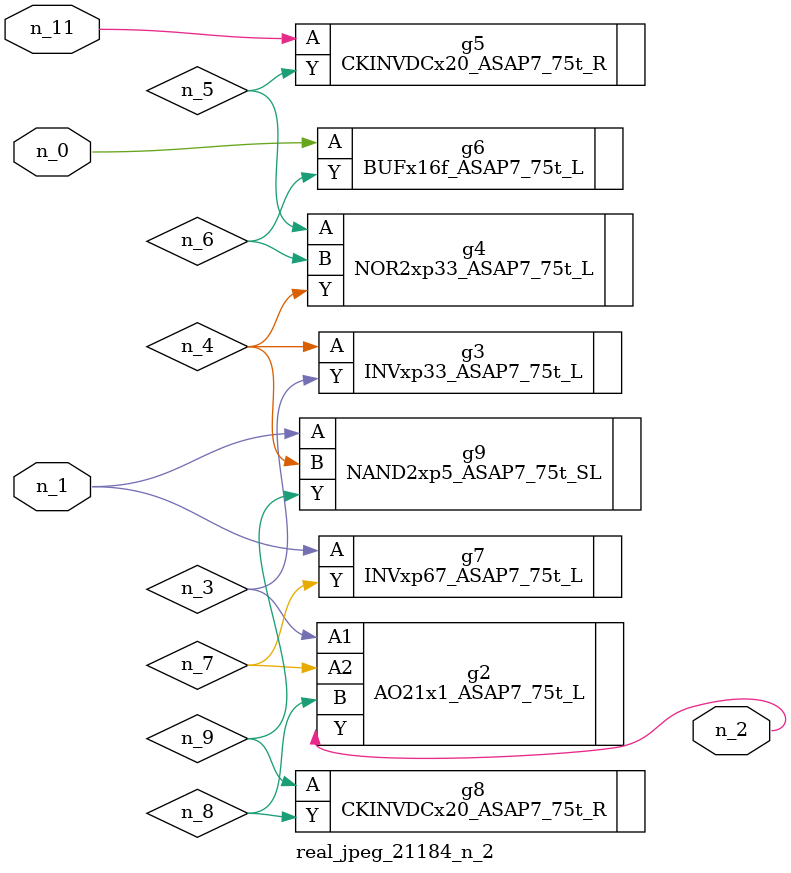
<source format=v>
module real_jpeg_21184_n_2 (n_1, n_11, n_0, n_2);

input n_1;
input n_11;
input n_0;

output n_2;

wire n_5;
wire n_4;
wire n_8;
wire n_6;
wire n_7;
wire n_3;
wire n_9;

BUFx16f_ASAP7_75t_L g6 ( 
.A(n_0),
.Y(n_6)
);

INVxp67_ASAP7_75t_L g7 ( 
.A(n_1),
.Y(n_7)
);

NAND2xp5_ASAP7_75t_SL g9 ( 
.A(n_1),
.B(n_4),
.Y(n_9)
);

AO21x1_ASAP7_75t_L g2 ( 
.A1(n_3),
.A2(n_7),
.B(n_8),
.Y(n_2)
);

INVxp33_ASAP7_75t_L g3 ( 
.A(n_4),
.Y(n_3)
);

NOR2xp33_ASAP7_75t_L g4 ( 
.A(n_5),
.B(n_6),
.Y(n_4)
);

CKINVDCx20_ASAP7_75t_R g8 ( 
.A(n_9),
.Y(n_8)
);

CKINVDCx20_ASAP7_75t_R g5 ( 
.A(n_11),
.Y(n_5)
);


endmodule
</source>
